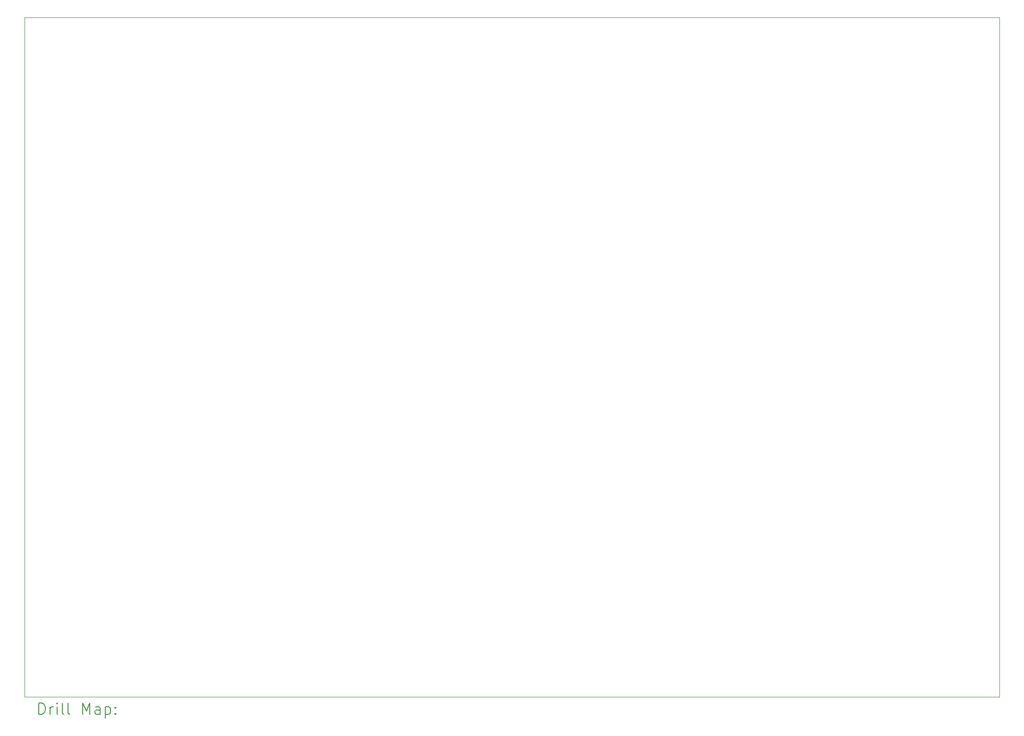
<source format=gbr>
%TF.GenerationSoftware,KiCad,Pcbnew,9.0.1*%
%TF.CreationDate,2025-05-27T11:43:50+02:00*%
%TF.ProjectId,BANC_TEST_418,42414e43-5f54-4455-9354-5f3431382e6b,rev?*%
%TF.SameCoordinates,Original*%
%TF.FileFunction,Drillmap*%
%TF.FilePolarity,Positive*%
%FSLAX45Y45*%
G04 Gerber Fmt 4.5, Leading zero omitted, Abs format (unit mm)*
G04 Created by KiCad (PCBNEW 9.0.1) date 2025-05-27 11:43:50*
%MOMM*%
%LPD*%
G01*
G04 APERTURE LIST*
%ADD10C,0.050000*%
%ADD11C,0.200000*%
G04 APERTURE END LIST*
D10*
X7640000Y-2452500D02*
X25115000Y-2452500D01*
X25115000Y-14642500D01*
X7640000Y-14642500D01*
X7640000Y-2452500D01*
D11*
X7898277Y-14956484D02*
X7898277Y-14756484D01*
X7898277Y-14756484D02*
X7945896Y-14756484D01*
X7945896Y-14756484D02*
X7974467Y-14766008D01*
X7974467Y-14766008D02*
X7993515Y-14785055D01*
X7993515Y-14785055D02*
X8003039Y-14804103D01*
X8003039Y-14804103D02*
X8012562Y-14842198D01*
X8012562Y-14842198D02*
X8012562Y-14870769D01*
X8012562Y-14870769D02*
X8003039Y-14908865D01*
X8003039Y-14908865D02*
X7993515Y-14927912D01*
X7993515Y-14927912D02*
X7974467Y-14946960D01*
X7974467Y-14946960D02*
X7945896Y-14956484D01*
X7945896Y-14956484D02*
X7898277Y-14956484D01*
X8098277Y-14956484D02*
X8098277Y-14823150D01*
X8098277Y-14861246D02*
X8107801Y-14842198D01*
X8107801Y-14842198D02*
X8117324Y-14832674D01*
X8117324Y-14832674D02*
X8136372Y-14823150D01*
X8136372Y-14823150D02*
X8155420Y-14823150D01*
X8222086Y-14956484D02*
X8222086Y-14823150D01*
X8222086Y-14756484D02*
X8212562Y-14766008D01*
X8212562Y-14766008D02*
X8222086Y-14775531D01*
X8222086Y-14775531D02*
X8231610Y-14766008D01*
X8231610Y-14766008D02*
X8222086Y-14756484D01*
X8222086Y-14756484D02*
X8222086Y-14775531D01*
X8345896Y-14956484D02*
X8326848Y-14946960D01*
X8326848Y-14946960D02*
X8317324Y-14927912D01*
X8317324Y-14927912D02*
X8317324Y-14756484D01*
X8450658Y-14956484D02*
X8431610Y-14946960D01*
X8431610Y-14946960D02*
X8422086Y-14927912D01*
X8422086Y-14927912D02*
X8422086Y-14756484D01*
X8679229Y-14956484D02*
X8679229Y-14756484D01*
X8679229Y-14756484D02*
X8745896Y-14899341D01*
X8745896Y-14899341D02*
X8812563Y-14756484D01*
X8812563Y-14756484D02*
X8812563Y-14956484D01*
X8993515Y-14956484D02*
X8993515Y-14851722D01*
X8993515Y-14851722D02*
X8983991Y-14832674D01*
X8983991Y-14832674D02*
X8964944Y-14823150D01*
X8964944Y-14823150D02*
X8926848Y-14823150D01*
X8926848Y-14823150D02*
X8907801Y-14832674D01*
X8993515Y-14946960D02*
X8974467Y-14956484D01*
X8974467Y-14956484D02*
X8926848Y-14956484D01*
X8926848Y-14956484D02*
X8907801Y-14946960D01*
X8907801Y-14946960D02*
X8898277Y-14927912D01*
X8898277Y-14927912D02*
X8898277Y-14908865D01*
X8898277Y-14908865D02*
X8907801Y-14889817D01*
X8907801Y-14889817D02*
X8926848Y-14880293D01*
X8926848Y-14880293D02*
X8974467Y-14880293D01*
X8974467Y-14880293D02*
X8993515Y-14870769D01*
X9088753Y-14823150D02*
X9088753Y-15023150D01*
X9088753Y-14832674D02*
X9107801Y-14823150D01*
X9107801Y-14823150D02*
X9145896Y-14823150D01*
X9145896Y-14823150D02*
X9164944Y-14832674D01*
X9164944Y-14832674D02*
X9174467Y-14842198D01*
X9174467Y-14842198D02*
X9183991Y-14861246D01*
X9183991Y-14861246D02*
X9183991Y-14918388D01*
X9183991Y-14918388D02*
X9174467Y-14937436D01*
X9174467Y-14937436D02*
X9164944Y-14946960D01*
X9164944Y-14946960D02*
X9145896Y-14956484D01*
X9145896Y-14956484D02*
X9107801Y-14956484D01*
X9107801Y-14956484D02*
X9088753Y-14946960D01*
X9269705Y-14937436D02*
X9279229Y-14946960D01*
X9279229Y-14946960D02*
X9269705Y-14956484D01*
X9269705Y-14956484D02*
X9260182Y-14946960D01*
X9260182Y-14946960D02*
X9269705Y-14937436D01*
X9269705Y-14937436D02*
X9269705Y-14956484D01*
X9269705Y-14832674D02*
X9279229Y-14842198D01*
X9279229Y-14842198D02*
X9269705Y-14851722D01*
X9269705Y-14851722D02*
X9260182Y-14842198D01*
X9260182Y-14842198D02*
X9269705Y-14832674D01*
X9269705Y-14832674D02*
X9269705Y-14851722D01*
M02*

</source>
